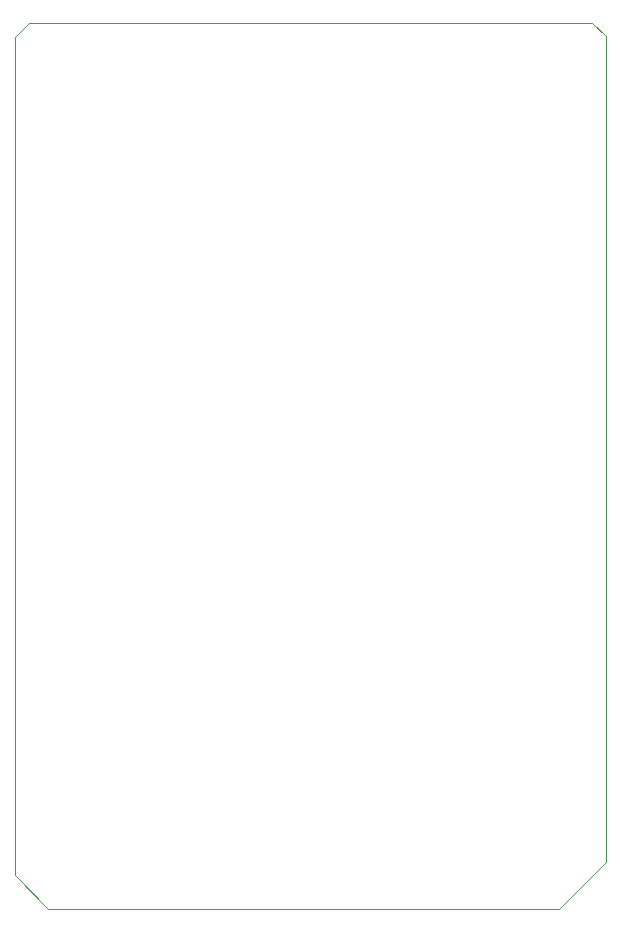
<source format=gbr>
%TF.GenerationSoftware,KiCad,Pcbnew,8.0.3*%
%TF.CreationDate,2024-07-14T14:59:13-06:00*%
%TF.ProjectId,PowerSupplyBoard,506f7765-7253-4757-9070-6c79426f6172,rev?*%
%TF.SameCoordinates,Original*%
%TF.FileFunction,Profile,NP*%
%FSLAX46Y46*%
G04 Gerber Fmt 4.6, Leading zero omitted, Abs format (unit mm)*
G04 Created by KiCad (PCBNEW 8.0.3) date 2024-07-14 14:59:13*
%MOMM*%
%LPD*%
G01*
G04 APERTURE LIST*
%TA.AperFunction,Profile*%
%ADD10C,0.050000*%
%TD*%
G04 APERTURE END LIST*
D10*
X48850000Y0D02*
X1175000Y0D01*
X50000000Y-1150000D02*
X48850000Y0D01*
X50000000Y-71025000D02*
X50000000Y-1150000D01*
X46025000Y-75000000D02*
X50000000Y-71025000D01*
X2800000Y-75000000D02*
X46025000Y-75000000D01*
X0Y-72200000D02*
X2800000Y-75000000D01*
X0Y-1175000D02*
X0Y-72200000D01*
X1175000Y0D02*
X0Y-1175000D01*
M02*

</source>
